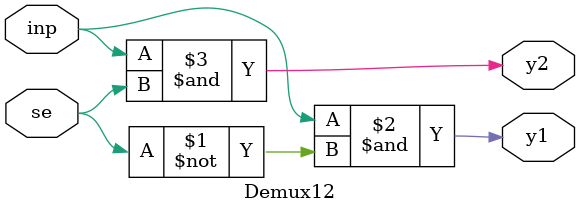
<source format=v>
module Demux12(y1,y2 , inp,se);
input inp, se;
output y1,y2;
assign y1 = (inp & ~se );
assign y2 = (inp & se );
endmodule
</source>
